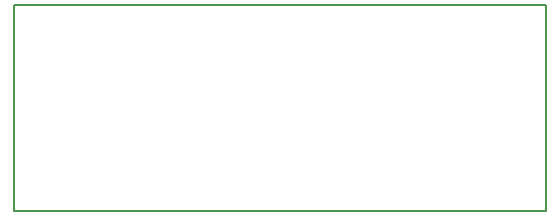
<source format=gbr>
%TF.GenerationSoftware,KiCad,Pcbnew,(6.0.5)*%
%TF.CreationDate,2022-09-11T00:02:45-04:00*%
%TF.ProjectId,GoldESC,476f6c64-4553-4432-9e6b-696361645f70,rev?*%
%TF.SameCoordinates,Original*%
%TF.FileFunction,Profile,NP*%
%FSLAX46Y46*%
G04 Gerber Fmt 4.6, Leading zero omitted, Abs format (unit mm)*
G04 Created by KiCad (PCBNEW (6.0.5)) date 2022-09-11 00:02:45*
%MOMM*%
%LPD*%
G01*
G04 APERTURE LIST*
%TA.AperFunction,Profile*%
%ADD10C,0.150000*%
%TD*%
G04 APERTURE END LIST*
D10*
X-20000000Y8700000D02*
X25000000Y8700000D01*
X25000000Y8700000D02*
X25000000Y-8700000D01*
X25000000Y-8700000D02*
X-20000000Y-8700000D01*
X-20000000Y-8700000D02*
X-20000000Y8700000D01*
M02*

</source>
